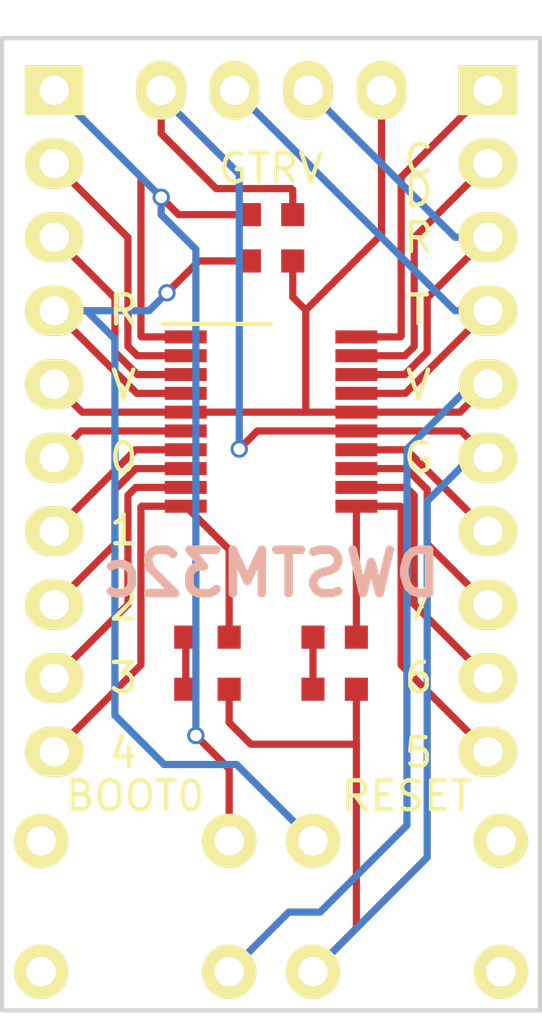
<source format=kicad_pcb>
(kicad_pcb (version 4) (host pcbnew 4.0.7-e2-6376~58~ubuntu16.04.1)

  (general
    (links 0)
    (no_connects 0)
    (area 0 0 0 0)
    (thickness 1.6)
    (drawings 22)
    (tracks 128)
    (zones 0)
    (modules 12)
    (nets 1)
  )

  (page A4)
  (layers
    (0 F.Cu signal)
    (31 B.Cu signal)
    (32 B.Adhes user)
    (33 F.Adhes user)
    (34 B.Paste user)
    (35 F.Paste user)
    (36 B.SilkS user)
    (37 F.SilkS user)
    (38 B.Mask user)
    (39 F.Mask user)
    (40 Dwgs.User user)
    (41 Cmts.User user)
    (42 Eco1.User user)
    (43 Eco2.User user)
    (44 Edge.Cuts user)
    (45 Margin user)
    (46 B.CrtYd user)
    (47 F.CrtYd user)
    (48 B.Fab user)
    (49 F.Fab user)
  )

  (setup
    (last_trace_width 0.25)
    (trace_clearance 0.2)
    (zone_clearance 0.508)
    (zone_45_only no)
    (trace_min 0.2)
    (segment_width 0.2)
    (edge_width 0.15)
    (via_size 0.6)
    (via_drill 0.4)
    (via_min_size 0.4)
    (via_min_drill 0.3)
    (uvia_size 0.3)
    (uvia_drill 0.1)
    (uvias_allowed no)
    (uvia_min_size 0.2)
    (uvia_min_drill 0.1)
    (pcb_text_width 0.3)
    (pcb_text_size 1.5 1.5)
    (mod_edge_width 0.15)
    (mod_text_size 1 1)
    (mod_text_width 0.15)
    (pad_size 1.524 1.524)
    (pad_drill 0.762)
    (pad_to_mask_clearance 0.2)
    (aux_axis_origin 0 0)
    (visible_elements FFFFFF7F)
    (pcbplotparams
      (layerselection 0x00030_80000001)
      (usegerberextensions false)
      (excludeedgelayer true)
      (linewidth 0.150000)
      (plotframeref false)
      (viasonmask false)
      (mode 1)
      (useauxorigin false)
      (hpglpennumber 1)
      (hpglpenspeed 20)
      (hpglpendiameter 15)
      (hpglpenoverlay 2)
      (psnegative false)
      (psa4output false)
      (plotreference true)
      (plotvalue true)
      (plotinvisibletext false)
      (padsonsilk false)
      (subtractmaskfromsilk false)
      (outputformat 1)
      (mirror false)
      (drillshape 1)
      (scaleselection 1)
      (outputdirectory ""))
  )

  (net 0 "")

  (net_class Default "This is the default net class."
    (clearance 0.2)
    (trace_width 0.25)
    (via_dia 0.6)
    (via_drill 0.4)
    (uvia_dia 0.3)
    (uvia_drill 0.1)
  )

  (module 00my_modules:Pin_Header_Straight_1x04 (layer F.Cu) (tedit 0) (tstamp 5B2F0EAD)
    (at 147.7 111.3 90)
    (descr "Through hole pin header")
    (tags "pin header")
    (fp_text reference "" (at 0 -2.4 90) (layer F.SilkS)
      (effects (font (size 0.5 0.5) (thickness 0.01)))
    )
    (fp_text value "" (at 0 -3.1 90) (layer F.Fab)
      (effects (font (size 0.5 0.5) (thickness 0.01)))
    )
    (fp_line (start -1.75 -1.75) (end -1.75 9.37) (layer F.CrtYd) (width 0.05))
    (fp_line (start 1.75 -1.75) (end 1.75 9.37) (layer F.CrtYd) (width 0.05))
    (fp_line (start -1.75 -1.75) (end 1.75 -1.75) (layer F.CrtYd) (width 0.05))
    (fp_line (start -1.75 9.37) (end 1.75 9.37) (layer F.CrtYd) (width 0.05))
    (pad 1 thru_hole oval (at 0 0 90) (size 2.032 1.7272) (drill 1.016) (layers *.Cu *.Mask F.SilkS))
    (pad 2 thru_hole oval (at 0 2.54 90) (size 2.032 1.7272) (drill 1.016) (layers *.Cu *.Mask F.SilkS))
    (pad 3 thru_hole oval (at 0 5.08 90) (size 2.032 1.7272) (drill 1.016) (layers *.Cu *.Mask F.SilkS))
    (pad 4 thru_hole oval (at 0 7.62 90) (size 2.032 1.7272) (drill 1.016) (layers *.Cu *.Mask F.SilkS))
  )

  (module 00my_modules:Pin_Header_Straight_1x10 (layer F.Cu) (tedit 0) (tstamp 5B2F1143)
    (at 144 111.3)
    (descr "Through hole pin header")
    (tags "pin header")
    (fp_text reference "" (at 0 -2.4) (layer F.SilkS)
      (effects (font (size 0.5 0.5) (thickness 0.01)))
    )
    (fp_text value "" (at 0 -3.1) (layer F.Fab)
      (effects (font (size 0.5 0.5) (thickness 0.01)))
    )
    (fp_line (start -1.75 -1.75) (end -1.75 24.61) (layer F.CrtYd) (width 0.05))
    (fp_line (start 1.75 -1.75) (end 1.75 24.61) (layer F.CrtYd) (width 0.05))
    (fp_line (start -1.75 -1.75) (end 1.75 -1.75) (layer F.CrtYd) (width 0.05))
    (fp_line (start -1.75 24.61) (end 1.75 24.61) (layer F.CrtYd) (width 0.05))
    (pad 1 thru_hole rect (at 0 0) (size 2.032 1.7272) (drill 1.016) (layers *.Cu *.Mask F.SilkS))
    (pad 2 thru_hole oval (at 0 2.54) (size 2.032 1.7272) (drill 1.016) (layers *.Cu *.Mask F.SilkS))
    (pad 3 thru_hole oval (at 0 5.08) (size 2.032 1.7272) (drill 1.016) (layers *.Cu *.Mask F.SilkS))
    (pad 4 thru_hole oval (at 0 7.62) (size 2.032 1.7272) (drill 1.016) (layers *.Cu *.Mask F.SilkS))
    (pad 5 thru_hole oval (at 0 10.16) (size 2.032 1.7272) (drill 1.016) (layers *.Cu *.Mask F.SilkS))
    (pad 6 thru_hole oval (at 0 12.7) (size 2.032 1.7272) (drill 1.016) (layers *.Cu *.Mask F.SilkS))
    (pad 7 thru_hole oval (at 0 15.24) (size 2.032 1.7272) (drill 1.016) (layers *.Cu *.Mask F.SilkS))
    (pad 8 thru_hole oval (at 0 17.78) (size 2.032 1.7272) (drill 1.016) (layers *.Cu *.Mask F.SilkS))
    (pad 9 thru_hole oval (at 0 20.32) (size 2.032 1.7272) (drill 1.016) (layers *.Cu *.Mask F.SilkS))
    (pad 10 thru_hole oval (at 0 22.86) (size 2.032 1.7272) (drill 1.016) (layers *.Cu *.Mask F.SilkS))
  )

  (module 00my_modules:Pin_Header_Straight_1x10 (layer F.Cu) (tedit 0) (tstamp 5B2F1194)
    (at 159 111.3)
    (descr "Through hole pin header")
    (tags "pin header")
    (fp_text reference "" (at 0 -2.4) (layer F.SilkS)
      (effects (font (size 0.5 0.5) (thickness 0.01)))
    )
    (fp_text value "" (at 0 -3.1) (layer F.Fab)
      (effects (font (size 0.5 0.5) (thickness 0.01)))
    )
    (fp_line (start -1.75 -1.75) (end -1.75 24.61) (layer F.CrtYd) (width 0.05))
    (fp_line (start 1.75 -1.75) (end 1.75 24.61) (layer F.CrtYd) (width 0.05))
    (fp_line (start -1.75 -1.75) (end 1.75 -1.75) (layer F.CrtYd) (width 0.05))
    (fp_line (start -1.75 24.61) (end 1.75 24.61) (layer F.CrtYd) (width 0.05))
    (pad 1 thru_hole rect (at 0 0) (size 2.032 1.7272) (drill 1.016) (layers *.Cu *.Mask F.SilkS))
    (pad 2 thru_hole oval (at 0 2.54) (size 2.032 1.7272) (drill 1.016) (layers *.Cu *.Mask F.SilkS))
    (pad 3 thru_hole oval (at 0 5.08) (size 2.032 1.7272) (drill 1.016) (layers *.Cu *.Mask F.SilkS))
    (pad 4 thru_hole oval (at 0 7.62) (size 2.032 1.7272) (drill 1.016) (layers *.Cu *.Mask F.SilkS))
    (pad 5 thru_hole oval (at 0 10.16) (size 2.032 1.7272) (drill 1.016) (layers *.Cu *.Mask F.SilkS))
    (pad 6 thru_hole oval (at 0 12.7) (size 2.032 1.7272) (drill 1.016) (layers *.Cu *.Mask F.SilkS))
    (pad 7 thru_hole oval (at 0 15.24) (size 2.032 1.7272) (drill 1.016) (layers *.Cu *.Mask F.SilkS))
    (pad 8 thru_hole oval (at 0 17.78) (size 2.032 1.7272) (drill 1.016) (layers *.Cu *.Mask F.SilkS))
    (pad 9 thru_hole oval (at 0 20.32) (size 2.032 1.7272) (drill 1.016) (layers *.Cu *.Mask F.SilkS))
    (pad 10 thru_hole oval (at 0 22.86) (size 2.032 1.7272) (drill 1.016) (layers *.Cu *.Mask F.SilkS))
  )

  (module 00my_modules:STM32 (layer F.Cu) (tedit 54130A77) (tstamp 5B2F1464)
    (at 151.5 122.75)
    (descr STM32)
    (tags STM32)
    (attr smd)
    (fp_text reference "" (at 0 -4.3) (layer F.SilkS)
      (effects (font (size 1 1) (thickness 0.15)))
    )
    (fp_text value "" (at -1.5 -3) (layer F.Fab)
      (effects (font (size 0.5 0.5) (thickness 0.01)))
    )
    (fp_text user STM32 (at 0 0 90) (layer F.Fab)
      (effects (font (size 0.8 0.8) (thickness 0.1)))
    )
    (fp_line (start -3.95 -3.55) (end -3.95 3.55) (layer F.CrtYd) (width 0.05))
    (fp_line (start 3.95 -3.55) (end 3.95 3.55) (layer F.CrtYd) (width 0.05))
    (fp_line (start -3.95 -3.55) (end 3.95 -3.55) (layer F.CrtYd) (width 0.05))
    (fp_line (start -3.95 3.55) (end 3.95 3.55) (layer F.CrtYd) (width 0.05))
    (fp_line (start -3.75 -3.375) (end 0 -3.375) (layer F.SilkS) (width 0.15))
    (fp_line (start -2.2 -3.25) (end 2.2 -3.25) (layer F.Fab) (width 0.01))
    (fp_line (start -2.2 3.25) (end 2.2 3.25) (layer F.Fab) (width 0.01))
    (fp_line (start -2.2 -3.25) (end -2.2 3.25) (layer F.Fab) (width 0.01))
    (fp_line (start 2.2 -3.25) (end 2.2 3.25) (layer F.Fab) (width 0.01))
    (pad BOOT smd rect (at -2.95 -2.925) (size 1.45 0.45) (layers F.Cu F.Paste F.Mask))
    (pad 2 smd rect (at -2.95 -2.275) (size 1.45 0.45) (layers F.Cu F.Paste F.Mask))
    (pad 3 smd rect (at -2.95 -1.625) (size 1.45 0.45) (layers F.Cu F.Paste F.Mask))
    (pad NRST smd rect (at -2.95 -0.975) (size 1.45 0.45) (layers F.Cu F.Paste F.Mask))
    (pad VCC smd rect (at -2.95 -0.325) (size 1.45 0.45) (layers F.Cu F.Paste F.Mask))
    (pad PA0 smd rect (at -2.95 0.325) (size 1.45 0.45) (layers F.Cu F.Paste F.Mask))
    (pad PA1 smd rect (at -2.95 0.975) (size 1.45 0.45) (layers F.Cu F.Paste F.Mask))
    (pad PA2 smd rect (at -2.95 1.625) (size 1.45 0.45) (layers F.Cu F.Paste F.Mask))
    (pad PA3 smd rect (at -2.95 2.275) (size 1.45 0.45) (layers F.Cu F.Paste F.Mask))
    (pad PA4 smd rect (at -2.95 2.925) (size 1.45 0.45) (layers F.Cu F.Paste F.Mask))
    (pad PA5 smd rect (at 2.95 2.925) (size 1.45 0.45) (layers F.Cu F.Paste F.Mask))
    (pad PA6 smd rect (at 2.95 2.275) (size 1.45 0.45) (layers F.Cu F.Paste F.Mask))
    (pad PA7 smd rect (at 2.95 1.625) (size 1.45 0.45) (layers F.Cu F.Paste F.Mask))
    (pad PB1 smd rect (at 2.95 0.975) (size 1.45 0.45) (layers F.Cu F.Paste F.Mask))
    (pad GND smd rect (at 2.95 0.325) (size 1.45 0.45) (layers F.Cu F.Paste F.Mask))
    (pad VCC smd rect (at 2.95 -0.325) (size 1.45 0.45) (layers F.Cu F.Paste F.Mask))
    (pad TX smd rect (at 2.95 -0.975) (size 1.45 0.45) (layers F.Cu F.Paste F.Mask))
    (pad RX smd rect (at 2.95 -1.625) (size 1.45 0.45) (layers F.Cu F.Paste F.Mask))
    (pad DIO smd rect (at 2.95 -2.275) (size 1.45 0.45) (layers F.Cu F.Paste F.Mask))
    (pad CLK smd rect (at 2.95 -2.925) (size 1.45 0.45) (layers F.Cu F.Paste F.Mask))
  )

  (module 00my_modules:BUTTON4 (layer F.Cu) (tedit 5B2F0EF7) (tstamp 5B2F1778)
    (at 146.8 139.5)
    (descr button4)
    (tags "SPST button tactile switch")
    (fp_text reference BOOT0 (at 0 -3.81) (layer F.SilkS)
      (effects (font (size 1 1) (thickness 0.15)))
    )
    (fp_text value "" (at 0 3.81) (layer F.Fab)
      (effects (font (size 1 1) (thickness 0.15)))
    )
    (fp_line (start -2.54 1.27) (end -2.54 0.508) (layer F.Fab) (width 0.2032))
    (fp_line (start -2.54 -0.508) (end -2.54 -1.27) (layer F.Fab) (width 0.2032))
    (fp_line (start -2.54 0.508) (end -2.159 -0.381) (layer F.Fab) (width 0.2032))
    (fp_line (start 2.54 1.27) (end 2.54 0.508) (layer F.Fab) (width 0.2032))
    (fp_line (start 2.54 -0.508) (end 2.54 -1.27) (layer F.Fab) (width 0.2032))
    (fp_line (start 2.54 0.508) (end 2.159 -0.381) (layer F.Fab) (width 0.2032))
    (fp_line (start -3.048 -3.048) (end -3.048 3.048) (layer F.Fab) (width 0.2032))
    (fp_line (start 3.048 -3.048) (end 3.048 3.048) (layer F.Fab) (width 0.2032))
    (fp_line (start -3.048 -3.048) (end 3.048 -3.048) (layer F.Fab) (width 0.2032))
    (fp_line (start -3.048 3.048) (end 3.048 3.048) (layer F.Fab) (width 0.2032))
    (pad 1 thru_hole circle (at -3.2512 2.2606) (size 1.8796 1.8796) (drill 1.016) (layers *.Cu *.Mask F.SilkS))
    (pad 2 thru_hole circle (at 3.2512 2.2606) (size 1.8796 1.8796) (drill 1.016) (layers *.Cu *.Mask F.SilkS))
    (pad 3 thru_hole circle (at -3.2512 -2.2606) (size 1.8796 1.8796) (drill 1.016) (layers *.Cu *.Mask F.SilkS))
    (pad 4 thru_hole circle (at 3.2512 -2.2606) (size 1.8796 1.8796) (drill 1.016) (layers *.Cu *.Mask F.SilkS))
  )

  (module 00my_modules:BUTTON4 (layer F.Cu) (tedit 5B2F0F03) (tstamp 5B2F179B)
    (at 156.2 139.5)
    (descr button4)
    (tags "SPST button tactile switch")
    (fp_text reference RESET (at 0 -3.81) (layer F.SilkS)
      (effects (font (size 1 1) (thickness 0.15)))
    )
    (fp_text value "" (at 0 3.81) (layer F.Fab)
      (effects (font (size 1 1) (thickness 0.15)))
    )
    (fp_line (start -2.54 1.27) (end -2.54 0.508) (layer F.Fab) (width 0.2032))
    (fp_line (start -2.54 -0.508) (end -2.54 -1.27) (layer F.Fab) (width 0.2032))
    (fp_line (start -2.54 0.508) (end -2.159 -0.381) (layer F.Fab) (width 0.2032))
    (fp_line (start 2.54 1.27) (end 2.54 0.508) (layer F.Fab) (width 0.2032))
    (fp_line (start 2.54 -0.508) (end 2.54 -1.27) (layer F.Fab) (width 0.2032))
    (fp_line (start 2.54 0.508) (end 2.159 -0.381) (layer F.Fab) (width 0.2032))
    (fp_line (start -3.048 -3.048) (end -3.048 3.048) (layer F.Fab) (width 0.2032))
    (fp_line (start 3.048 -3.048) (end 3.048 3.048) (layer F.Fab) (width 0.2032))
    (fp_line (start -3.048 -3.048) (end 3.048 -3.048) (layer F.Fab) (width 0.2032))
    (fp_line (start -3.048 3.048) (end 3.048 3.048) (layer F.Fab) (width 0.2032))
    (pad 1 thru_hole circle (at -3.2512 2.2606) (size 1.8796 1.8796) (drill 1.016) (layers *.Cu *.Mask F.SilkS))
    (pad 2 thru_hole circle (at 3.2512 2.2606) (size 1.8796 1.8796) (drill 1.016) (layers *.Cu *.Mask F.SilkS))
    (pad 3 thru_hole circle (at -3.2512 -2.2606) (size 1.8796 1.8796) (drill 1.016) (layers *.Cu *.Mask F.SilkS))
    (pad 4 thru_hole circle (at 3.2512 -2.2606) (size 1.8796 1.8796) (drill 1.016) (layers *.Cu *.Mask F.SilkS))
  )

  (module 00my_modules:R_0603 (layer F.Cu) (tedit 5415CC62) (tstamp 5B2F1ABF)
    (at 151.5 115.6)
    (descr R0603)
    (tags "resistor capacitor led 0603")
    (attr smd)
    (fp_text reference "" (at 0 0) (layer F.SilkS)
      (effects (font (size 0.5 0.5) (thickness 0.1)))
    )
    (fp_text value R (at 0 0) (layer F.Fab)
      (effects (font (size 0.5 0.5) (thickness 0.01)))
    )
    (fp_line (start -1.2 -0.45) (end 1.2 -0.45) (layer F.CrtYd) (width 0.01))
    (fp_line (start -1.2 0.45) (end 1.2 0.45) (layer F.CrtYd) (width 0.01))
    (fp_line (start -1.2 -0.45) (end -1.2 0.45) (layer F.CrtYd) (width 0.01))
    (fp_line (start 1.2 -0.45) (end 1.2 0.45) (layer F.CrtYd) (width 0.01))
    (pad 1 smd rect (at -0.75 0) (size 0.8 0.8) (layers F.Cu F.Paste F.Mask))
    (pad 2 smd rect (at 0.75 0) (size 0.8 0.8) (layers F.Cu F.Paste F.Mask))
  )

  (module 00my_modules:R_0603 (layer F.Cu) (tedit 5415CC62) (tstamp 5B2F1AD3)
    (at 151.5 117.2)
    (descr R0603)
    (tags "resistor capacitor led 0603")
    (attr smd)
    (fp_text reference "" (at 0 0) (layer F.SilkS)
      (effects (font (size 0.5 0.5) (thickness 0.1)))
    )
    (fp_text value R (at 0 0) (layer F.Fab)
      (effects (font (size 0.5 0.5) (thickness 0.01)))
    )
    (fp_line (start -1.2 -0.45) (end 1.2 -0.45) (layer F.CrtYd) (width 0.01))
    (fp_line (start -1.2 0.45) (end 1.2 0.45) (layer F.CrtYd) (width 0.01))
    (fp_line (start -1.2 -0.45) (end -1.2 0.45) (layer F.CrtYd) (width 0.01))
    (fp_line (start 1.2 -0.45) (end 1.2 0.45) (layer F.CrtYd) (width 0.01))
    (pad 1 smd rect (at -0.75 0) (size 0.8 0.8) (layers F.Cu F.Paste F.Mask))
    (pad 2 smd rect (at 0.75 0) (size 0.8 0.8) (layers F.Cu F.Paste F.Mask))
  )

  (module 00my_modules:R_0603 (layer F.Cu) (tedit 5415CC62) (tstamp 5B2F1B2F)
    (at 153.7 132)
    (descr R0603)
    (tags "resistor capacitor led 0603")
    (attr smd)
    (fp_text reference "" (at 0 0) (layer F.SilkS)
      (effects (font (size 0.5 0.5) (thickness 0.1)))
    )
    (fp_text value R (at 0 0) (layer F.Fab)
      (effects (font (size 0.5 0.5) (thickness 0.01)))
    )
    (fp_line (start -1.2 -0.45) (end 1.2 -0.45) (layer F.CrtYd) (width 0.01))
    (fp_line (start -1.2 0.45) (end 1.2 0.45) (layer F.CrtYd) (width 0.01))
    (fp_line (start -1.2 -0.45) (end -1.2 0.45) (layer F.CrtYd) (width 0.01))
    (fp_line (start 1.2 -0.45) (end 1.2 0.45) (layer F.CrtYd) (width 0.01))
    (pad 1 smd rect (at -0.75 0) (size 0.8 0.8) (layers F.Cu F.Paste F.Mask))
    (pad 2 smd rect (at 0.75 0) (size 0.8 0.8) (layers F.Cu F.Paste F.Mask))
  )

  (module 00my_modules:R_0603 (layer F.Cu) (tedit 5415CC62) (tstamp 5B2F1B4C)
    (at 149.3 132)
    (descr R0603)
    (tags "resistor capacitor led 0603")
    (attr smd)
    (fp_text reference "" (at 0 0) (layer F.SilkS)
      (effects (font (size 0.5 0.5) (thickness 0.1)))
    )
    (fp_text value R (at 0 0) (layer F.Fab)
      (effects (font (size 0.5 0.5) (thickness 0.01)))
    )
    (fp_line (start -1.2 -0.45) (end 1.2 -0.45) (layer F.CrtYd) (width 0.01))
    (fp_line (start -1.2 0.45) (end 1.2 0.45) (layer F.CrtYd) (width 0.01))
    (fp_line (start -1.2 -0.45) (end -1.2 0.45) (layer F.CrtYd) (width 0.01))
    (fp_line (start 1.2 -0.45) (end 1.2 0.45) (layer F.CrtYd) (width 0.01))
    (pad 1 smd rect (at -0.75 0) (size 0.8 0.8) (layers F.Cu F.Paste F.Mask))
    (pad 2 smd rect (at 0.75 0) (size 0.8 0.8) (layers F.Cu F.Paste F.Mask))
  )

  (module 00my_modules:L_0603 (layer F.Cu) (tedit 5415CC62) (tstamp 5B2F1DDC)
    (at 153.7 130.2)
    (descr R0603)
    (tags "resistor capacitor led 0603")
    (attr smd)
    (fp_text reference "" (at 0 -0.6) (layer F.SilkS)
      (effects (font (size 0.1 0.1) (thickness 0.01)))
    )
    (fp_text value "" (at 0 0.6) (layer F.Fab)
      (effects (font (size 0.1 0.1) (thickness 0.01)))
    )
    (fp_line (start -1.2 -0.45) (end 1.2 -0.45) (layer F.CrtYd) (width 0.01))
    (fp_line (start -1.2 0.45) (end 1.2 0.45) (layer F.CrtYd) (width 0.01))
    (fp_line (start -1.2 -0.45) (end -1.2 0.45) (layer F.CrtYd) (width 0.01))
    (fp_line (start 1.2 -0.45) (end 1.2 0.45) (layer F.CrtYd) (width 0.01))
    (fp_line (start -0.1 0) (end 0.1 0.2) (layer F.CrtYd) (width 0.01))
    (fp_line (start -0.1 0) (end 0.1 -0.2) (layer F.CrtYd) (width 0.01))
    (fp_line (start -0.1 0.2) (end -0.1 -0.2) (layer F.CrtYd) (width 0.01))
    (fp_line (start 0.1 0.2) (end 0.1 -0.2) (layer F.CrtYd) (width 0.01))
    (pad 1 smd rect (at -0.75 0) (size 0.8 0.8) (layers F.Cu F.Paste F.Mask))
    (pad 2 smd rect (at 0.75 0) (size 0.8 0.8) (layers F.Cu F.Paste F.Mask))
  )

  (module 00my_modules:L_0603 (layer F.Cu) (tedit 5415CC62) (tstamp 5B2F1DF7)
    (at 149.3 130.2)
    (descr R0603)
    (tags "resistor capacitor led 0603")
    (attr smd)
    (fp_text reference "" (at 0 -0.6) (layer F.SilkS)
      (effects (font (size 0.1 0.1) (thickness 0.01)))
    )
    (fp_text value "" (at 0 0.6) (layer F.Fab)
      (effects (font (size 0.1 0.1) (thickness 0.01)))
    )
    (fp_line (start -1.2 -0.45) (end 1.2 -0.45) (layer F.CrtYd) (width 0.01))
    (fp_line (start -1.2 0.45) (end 1.2 0.45) (layer F.CrtYd) (width 0.01))
    (fp_line (start -1.2 -0.45) (end -1.2 0.45) (layer F.CrtYd) (width 0.01))
    (fp_line (start 1.2 -0.45) (end 1.2 0.45) (layer F.CrtYd) (width 0.01))
    (fp_line (start -0.1 0) (end 0.1 0.2) (layer F.CrtYd) (width 0.01))
    (fp_line (start -0.1 0) (end 0.1 -0.2) (layer F.CrtYd) (width 0.01))
    (fp_line (start -0.1 0.2) (end -0.1 -0.2) (layer F.CrtYd) (width 0.01))
    (fp_line (start 0.1 0.2) (end 0.1 -0.2) (layer F.CrtYd) (width 0.01))
    (pad 1 smd rect (at -0.75 0) (size 0.8 0.8) (layers F.Cu F.Paste F.Mask))
    (pad 2 smd rect (at 0.75 0) (size 0.8 0.8) (layers F.Cu F.Paste F.Mask))
  )

  (gr_text DWSTM32c (at 151.5 128) (layer B.SilkS)
    (effects (font (size 1.5 1.5) (thickness 0.3)) (justify mirror))
  )
  (gr_text R (at 146.4 118.9) (layer F.SilkS)
    (effects (font (size 1 1) (thickness 0.15)))
  )
  (gr_text V (at 146.4 121.5) (layer F.SilkS)
    (effects (font (size 1 1) (thickness 0.15)))
  )
  (gr_text 0 (at 146.4 124) (layer F.SilkS)
    (effects (font (size 1 1) (thickness 0.15)))
  )
  (gr_text 1 (at 146.4 126.5) (layer F.SilkS)
    (effects (font (size 1 1) (thickness 0.15)))
  )
  (gr_text 2 (at 146.4 129.1) (layer F.SilkS)
    (effects (font (size 1 1) (thickness 0.15)))
  )
  (gr_text 3 (at 146.4 131.6) (layer F.SilkS)
    (effects (font (size 1 1) (thickness 0.15)))
  )
  (gr_text 4 (at 146.4 134.2) (layer F.SilkS)
    (effects (font (size 1 1) (thickness 0.15)))
  )
  (gr_text D (at 156.6 114.8) (layer F.SilkS)
    (effects (font (size 1 1) (thickness 0.15)))
  )
  (gr_text C (at 156.6 113.7) (layer F.SilkS)
    (effects (font (size 1 1) (thickness 0.15)))
  )
  (gr_text R (at 156.6 116.4) (layer F.SilkS)
    (effects (font (size 1 1) (thickness 0.15)))
  )
  (gr_text T (at 156.6 118.9) (layer F.SilkS)
    (effects (font (size 1 1) (thickness 0.15)))
  )
  (gr_text V (at 156.6 121.5) (layer F.SilkS)
    (effects (font (size 1 1) (thickness 0.15)))
  )
  (gr_text G (at 156.6 124) (layer F.SilkS)
    (effects (font (size 1 1) (thickness 0.15)))
  )
  (gr_text 7 (at 156.6 129.1) (layer F.SilkS)
    (effects (font (size 1 1) (thickness 0.15)))
  )
  (gr_text 6 (at 156.6 131.6) (layer F.SilkS)
    (effects (font (size 1 1) (thickness 0.15)))
  )
  (gr_text 5 (at 156.6 134.2) (layer F.SilkS)
    (effects (font (size 1 1) (thickness 0.15)))
  )
  (gr_text GTRV (at 151.5 114) (layer F.SilkS)
    (effects (font (size 1 1) (thickness 0.15)))
  )
  (gr_line (start 160.8 143.1) (end 160.8 109.5) (angle 90) (layer Edge.Cuts) (width 0.15))
  (gr_line (start 142.2 143.1) (end 160.8 143.1) (angle 90) (layer Edge.Cuts) (width 0.15))
  (gr_line (start 142.2 109.5) (end 142.2 143.1) (angle 90) (layer Edge.Cuts) (width 0.15))
  (gr_line (start 160.8 109.5) (end 142.2 109.5) (angle 90) (layer Edge.Cuts) (width 0.15))

  (segment (start 150.05 132) (end 150.05 133.15) (width 0.25) (layer F.Cu) (net 0) (status 400000))
  (segment (start 150.8 133.9) (end 154.45 133.9) (width 0.25) (layer F.Cu) (net 0) (tstamp 5B2F1E43))
  (segment (start 150.05 133.15) (end 150.8 133.9) (width 0.25) (layer F.Cu) (net 0) (tstamp 5B2F1E41))
  (segment (start 154.45 132) (end 154.45 133.9) (width 0.25) (layer F.Cu) (net 0) (status 400000))
  (segment (start 154.45 133.9) (end 154.45 140.2594) (width 0.25) (layer F.Cu) (net 0) (tstamp 5B2F1E45))
  (segment (start 154.45 140.2594) (end 152.9488 141.7606) (width 0.25) (layer F.Cu) (net 0) (tstamp 5B2F1E3E) (status 800000))
  (segment (start 147.7 115) (end 147.7 115.6) (width 0.25) (layer B.Cu) (net 0))
  (segment (start 150.0512 134.7512) (end 150.0512 137.2394) (width 0.25) (layer F.Cu) (net 0) (tstamp 5B2F1E3B) (status 800000))
  (segment (start 148.9 133.6) (end 150.0512 134.7512) (width 0.25) (layer F.Cu) (net 0) (tstamp 5B2F1E3A))
  (via (at 148.9 133.6) (size 0.6) (drill 0.4) (layers F.Cu B.Cu) (net 0))
  (segment (start 148.9 116.8) (end 148.9 133.6) (width 0.25) (layer B.Cu) (net 0) (tstamp 5B2F1E37))
  (segment (start 147.7 115.6) (end 148.9 116.8) (width 0.25) (layer B.Cu) (net 0) (tstamp 5B2F1E36))
  (segment (start 144 118.92) (end 145.12 118.92) (width 0.25) (layer B.Cu) (net 0) (status 400000))
  (segment (start 150.3094 134.6) (end 152.9488 137.2394) (width 0.25) (layer B.Cu) (net 0) (tstamp 5B2F1E33) (status 800000))
  (segment (start 147.8 134.6) (end 150.3094 134.6) (width 0.25) (layer B.Cu) (net 0) (tstamp 5B2F1E31))
  (segment (start 146.1 132.9) (end 147.8 134.6) (width 0.25) (layer B.Cu) (net 0) (tstamp 5B2F1E2F))
  (segment (start 146.1 119.9) (end 146.1 132.9) (width 0.25) (layer B.Cu) (net 0) (tstamp 5B2F1E2E))
  (segment (start 145.12 118.92) (end 146.1 119.9) (width 0.25) (layer B.Cu) (net 0) (tstamp 5B2F1E2D))
  (segment (start 159 121.46) (end 158.44 121.46) (width 0.25) (layer B.Cu) (net 0) (status C00000))
  (segment (start 158.44 121.46) (end 156.2 123.7) (width 0.25) (layer B.Cu) (net 0) (tstamp 5B2F1E23) (status 400000))
  (segment (start 152.1118 139.7) (end 150.0512 141.7606) (width 0.25) (layer B.Cu) (net 0) (tstamp 5B2F1E2A) (status 800000))
  (segment (start 153.2 139.7) (end 152.1118 139.7) (width 0.25) (layer B.Cu) (net 0) (tstamp 5B2F1E28))
  (segment (start 156.2 136.7) (end 153.2 139.7) (width 0.25) (layer B.Cu) (net 0) (tstamp 5B2F1E26))
  (segment (start 156.2 123.7) (end 156.2 136.7) (width 0.25) (layer B.Cu) (net 0) (tstamp 5B2F1E24))
  (segment (start 159 124) (end 158.4 124) (width 0.25) (layer B.Cu) (net 0) (status C00000))
  (segment (start 158.4 124) (end 156.9 125.5) (width 0.25) (layer B.Cu) (net 0) (tstamp 5B2F1E1D) (status 400000))
  (segment (start 156.9 137.8094) (end 152.9488 141.7606) (width 0.25) (layer B.Cu) (net 0) (tstamp 5B2F1E20) (status 800000))
  (segment (start 156.9 125.5) (end 156.9 137.8094) (width 0.25) (layer B.Cu) (net 0) (tstamp 5B2F1E1E))
  (segment (start 154.45 125.675) (end 154.45 130.2) (width 0.25) (layer F.Cu) (net 0) (status C00000))
  (segment (start 150.05 130.2) (end 150.05 127.175) (width 0.25) (layer F.Cu) (net 0) (status 400000))
  (segment (start 150.05 127.175) (end 148.55 125.675) (width 0.25) (layer F.Cu) (net 0) (tstamp 5B2F1E17) (status 800000))
  (segment (start 148.55 130.2) (end 148.55 132) (width 0.25) (layer F.Cu) (net 0) (status C00000))
  (segment (start 152.95 130.2) (end 152.95 132) (width 0.25) (layer F.Cu) (net 0) (status C00000))
  (segment (start 154.45 123.075) (end 151.025 123.075) (width 0.25) (layer F.Cu) (net 0))
  (segment (start 150.4 114.2) (end 147.7 111.5) (width 0.25) (layer B.Cu) (net 0) (tstamp 5B2F1B23))
  (segment (start 150.4 123.7) (end 150.4 114.2) (width 0.25) (layer B.Cu) (net 0) (tstamp 5B2F1B22))
  (via (at 150.4 123.7) (size 0.6) (drill 0.4) (layers F.Cu B.Cu) (net 0))
  (segment (start 151.025 123.075) (end 150.4 123.7) (width 0.25) (layer F.Cu) (net 0) (tstamp 5B2F1B20))
  (segment (start 147.7 111.5) (end 147.7 111.3) (width 0.25) (layer B.Cu) (net 0) (tstamp 5B2F1B24))
  (segment (start 152.25 115.6) (end 152.25 114.75) (width 0.25) (layer F.Cu) (net 0))
  (segment (start 147.7 112.8) (end 147.7 111.3) (width 0.25) (layer F.Cu) (net 0) (tstamp 5B2F1B1D))
  (segment (start 149.6 114.7) (end 147.7 112.8) (width 0.25) (layer F.Cu) (net 0) (tstamp 5B2F1B1C))
  (segment (start 152.2 114.7) (end 149.6 114.7) (width 0.25) (layer F.Cu) (net 0) (tstamp 5B2F1B1B))
  (segment (start 152.25 114.75) (end 152.2 114.7) (width 0.25) (layer F.Cu) (net 0) (tstamp 5B2F1B1A))
  (segment (start 152.25 117.2) (end 152.25 118.45) (width 0.25) (layer F.Cu) (net 0))
  (segment (start 152.25 118.45) (end 152.7 118.9) (width 0.25) (layer F.Cu) (net 0) (tstamp 5B2F1B18))
  (segment (start 155.32 111.3) (end 155.32 116.28) (width 0.25) (layer F.Cu) (net 0))
  (segment (start 152.7 118.9) (end 152.7 122.425) (width 0.25) (layer F.Cu) (net 0) (tstamp 5B2F1B13))
  (segment (start 155.32 116.28) (end 152.7 118.9) (width 0.25) (layer F.Cu) (net 0) (tstamp 5B2F1B11))
  (segment (start 159 118.92) (end 157.86 118.92) (width 0.25) (layer B.Cu) (net 0))
  (segment (start 157.86 118.92) (end 150.24 111.3) (width 0.25) (layer B.Cu) (net 0) (tstamp 5B2F1B0E))
  (segment (start 159 116.38) (end 157.86 116.38) (width 0.25) (layer B.Cu) (net 0))
  (segment (start 157.86 116.38) (end 152.78 111.3) (width 0.25) (layer B.Cu) (net 0) (tstamp 5B2F1B0B))
  (segment (start 144 111.3) (end 147.7 115) (width 0.25) (layer B.Cu) (net 0))
  (segment (start 148.3 115.6) (end 150.75 115.6) (width 0.25) (layer F.Cu) (net 0) (tstamp 5B2F1AFE))
  (segment (start 147.7 115) (end 148.3 115.6) (width 0.25) (layer F.Cu) (net 0) (tstamp 5B2F1AFD))
  (via (at 147.7 115) (size 0.6) (drill 0.4) (layers F.Cu B.Cu) (net 0))
  (segment (start 144 118.92) (end 147.28 118.92) (width 0.25) (layer B.Cu) (net 0))
  (segment (start 149 117.2) (end 150.75 117.2) (width 0.25) (layer F.Cu) (net 0) (tstamp 5B2F1AF8))
  (segment (start 147.9 118.3) (end 149 117.2) (width 0.25) (layer F.Cu) (net 0) (tstamp 5B2F1AF7))
  (via (at 147.9 118.3) (size 0.6) (drill 0.4) (layers F.Cu B.Cu) (net 0))
  (segment (start 147.28 118.92) (end 147.9 118.3) (width 0.25) (layer B.Cu) (net 0) (tstamp 5B2F1AF5))
  (segment (start 154.45 125.675) (end 155.975 125.675) (width 0.25) (layer F.Cu) (net 0))
  (segment (start 156 131.16) (end 159 134.16) (width 0.25) (layer F.Cu) (net 0) (tstamp 5B2F14D9))
  (segment (start 156 125.7) (end 156 131.16) (width 0.25) (layer F.Cu) (net 0) (tstamp 5B2F14D8))
  (segment (start 155.975 125.675) (end 156 125.7) (width 0.25) (layer F.Cu) (net 0) (tstamp 5B2F14D7))
  (segment (start 154.45 125.025) (end 156.175 125.025) (width 0.25) (layer F.Cu) (net 0))
  (segment (start 156.45 129.07) (end 159 131.62) (width 0.25) (layer F.Cu) (net 0) (tstamp 5B2F14D4))
  (segment (start 156.45 125.3) (end 156.45 129.07) (width 0.25) (layer F.Cu) (net 0) (tstamp 5B2F14D3))
  (segment (start 156.175 125.025) (end 156.45 125.3) (width 0.25) (layer F.Cu) (net 0) (tstamp 5B2F14D2))
  (segment (start 154.45 124.375) (end 156.175 124.375) (width 0.25) (layer F.Cu) (net 0))
  (segment (start 156.9 126.98) (end 159 129.08) (width 0.25) (layer F.Cu) (net 0) (tstamp 5B2F14CF))
  (segment (start 156.9 125.1) (end 156.9 126.98) (width 0.25) (layer F.Cu) (net 0) (tstamp 5B2F14CE))
  (segment (start 156.175 124.375) (end 156.9 125.1) (width 0.25) (layer F.Cu) (net 0) (tstamp 5B2F14CD))
  (segment (start 154.45 119.825) (end 155.975 119.825) (width 0.25) (layer F.Cu) (net 0))
  (segment (start 156 114.3) (end 159 111.3) (width 0.25) (layer F.Cu) (net 0) (tstamp 5B2F14C9))
  (segment (start 156 119.8) (end 156 114.3) (width 0.25) (layer F.Cu) (net 0) (tstamp 5B2F14C8))
  (segment (start 155.975 119.825) (end 156 119.8) (width 0.25) (layer F.Cu) (net 0) (tstamp 5B2F14C7))
  (segment (start 154.45 120.475) (end 156.125 120.475) (width 0.25) (layer F.Cu) (net 0))
  (segment (start 156.45 116.39) (end 159 113.84) (width 0.25) (layer F.Cu) (net 0) (tstamp 5B2F14C4))
  (segment (start 156.45 120.15) (end 156.45 116.39) (width 0.25) (layer F.Cu) (net 0) (tstamp 5B2F14C3))
  (segment (start 156.125 120.475) (end 156.45 120.15) (width 0.25) (layer F.Cu) (net 0) (tstamp 5B2F14C2))
  (segment (start 154.45 121.125) (end 156.125 121.125) (width 0.25) (layer F.Cu) (net 0))
  (segment (start 156.9 118.48) (end 159 116.38) (width 0.25) (layer F.Cu) (net 0) (tstamp 5B2F14BF))
  (segment (start 156.9 120.35) (end 156.9 118.48) (width 0.25) (layer F.Cu) (net 0) (tstamp 5B2F14BE))
  (segment (start 156.125 121.125) (end 156.9 120.35) (width 0.25) (layer F.Cu) (net 0) (tstamp 5B2F14BC))
  (segment (start 154.45 121.775) (end 156.145 121.775) (width 0.25) (layer F.Cu) (net 0))
  (segment (start 156.145 121.775) (end 159 118.92) (width 0.25) (layer F.Cu) (net 0) (tstamp 5B2F14B9))
  (segment (start 154.45 123.725) (end 156.185 123.725) (width 0.25) (layer F.Cu) (net 0))
  (segment (start 156.185 123.725) (end 159 126.54) (width 0.25) (layer F.Cu) (net 0) (tstamp 5B2F14B6))
  (segment (start 148.55 119.825) (end 147.025 119.825) (width 0.25) (layer F.Cu) (net 0))
  (segment (start 147 114.3) (end 144 111.3) (width 0.25) (layer F.Cu) (net 0) (tstamp 5B2F14B2))
  (segment (start 147 119.8) (end 147 114.3) (width 0.25) (layer F.Cu) (net 0) (tstamp 5B2F14B1))
  (segment (start 147.025 119.825) (end 147 119.8) (width 0.25) (layer F.Cu) (net 0) (tstamp 5B2F14B0))
  (segment (start 148.55 120.475) (end 146.875 120.475) (width 0.25) (layer F.Cu) (net 0))
  (segment (start 146.55 116.39) (end 144 113.84) (width 0.25) (layer F.Cu) (net 0) (tstamp 5B2F14AD))
  (segment (start 146.55 120.15) (end 146.55 116.39) (width 0.25) (layer F.Cu) (net 0) (tstamp 5B2F14AC))
  (segment (start 146.875 120.475) (end 146.55 120.15) (width 0.25) (layer F.Cu) (net 0) (tstamp 5B2F14AA))
  (segment (start 148.55 121.125) (end 146.875 121.125) (width 0.25) (layer F.Cu) (net 0))
  (segment (start 146.1 118.48) (end 144 116.38) (width 0.25) (layer F.Cu) (net 0) (tstamp 5B2F14A7))
  (segment (start 146.1 120.35) (end 146.1 118.48) (width 0.25) (layer F.Cu) (net 0) (tstamp 5B2F14A6))
  (segment (start 146.875 121.125) (end 146.1 120.35) (width 0.25) (layer F.Cu) (net 0) (tstamp 5B2F14A5))
  (segment (start 148.55 121.775) (end 146.855 121.775) (width 0.25) (layer F.Cu) (net 0))
  (segment (start 146.855 121.775) (end 144 118.92) (width 0.25) (layer F.Cu) (net 0) (tstamp 5B2F14A2))
  (segment (start 148.55 125.675) (end 147.025 125.675) (width 0.25) (layer F.Cu) (net 0))
  (segment (start 147 131.16) (end 144 134.16) (width 0.25) (layer F.Cu) (net 0) (tstamp 5B2F149F))
  (segment (start 147 125.7) (end 147 131.16) (width 0.25) (layer F.Cu) (net 0) (tstamp 5B2F149E))
  (segment (start 147.025 125.675) (end 147 125.7) (width 0.25) (layer F.Cu) (net 0) (tstamp 5B2F149D))
  (segment (start 148.55 125.025) (end 146.825 125.025) (width 0.25) (layer F.Cu) (net 0))
  (segment (start 146.55 129.07) (end 144 131.62) (width 0.25) (layer F.Cu) (net 0) (tstamp 5B2F149A))
  (segment (start 146.55 125.3) (end 146.55 129.07) (width 0.25) (layer F.Cu) (net 0) (tstamp 5B2F1499))
  (segment (start 146.825 125.025) (end 146.55 125.3) (width 0.25) (layer F.Cu) (net 0) (tstamp 5B2F1498))
  (segment (start 148.55 124.375) (end 146.825 124.375) (width 0.25) (layer F.Cu) (net 0))
  (segment (start 146.1 126.98) (end 144 129.08) (width 0.25) (layer F.Cu) (net 0) (tstamp 5B2F1495))
  (segment (start 146.1 125.1) (end 146.1 126.98) (width 0.25) (layer F.Cu) (net 0) (tstamp 5B2F1494))
  (segment (start 146.825 124.375) (end 146.1 125.1) (width 0.25) (layer F.Cu) (net 0) (tstamp 5B2F1493))
  (segment (start 148.55 123.725) (end 146.815 123.725) (width 0.25) (layer F.Cu) (net 0))
  (segment (start 146.815 123.725) (end 144 126.54) (width 0.25) (layer F.Cu) (net 0) (tstamp 5B2F1490))
  (segment (start 148.55 123.075) (end 144.925 123.075) (width 0.25) (layer F.Cu) (net 0))
  (segment (start 144.925 123.075) (end 144 124) (width 0.25) (layer F.Cu) (net 0) (tstamp 5B2F148E))
  (segment (start 148.55 122.425) (end 144.965 122.425) (width 0.25) (layer F.Cu) (net 0))
  (segment (start 144.965 122.425) (end 144 121.46) (width 0.25) (layer F.Cu) (net 0) (tstamp 5B2F148C))
  (segment (start 154.45 122.425) (end 152.7 122.425) (width 0.25) (layer F.Cu) (net 0))
  (segment (start 152.7 122.425) (end 148.55 122.425) (width 0.25) (layer F.Cu) (net 0) (tstamp 5B2F1B16))
  (segment (start 154.45 122.425) (end 158.035 122.425) (width 0.25) (layer F.Cu) (net 0))
  (segment (start 158.035 122.425) (end 159 121.46) (width 0.25) (layer F.Cu) (net 0) (tstamp 5B2F1488))
  (segment (start 154.45 123.075) (end 158.075 123.075) (width 0.25) (layer F.Cu) (net 0))
  (segment (start 158.075 123.075) (end 159 124) (width 0.25) (layer F.Cu) (net 0) (tstamp 5B2F1486))

)

</source>
